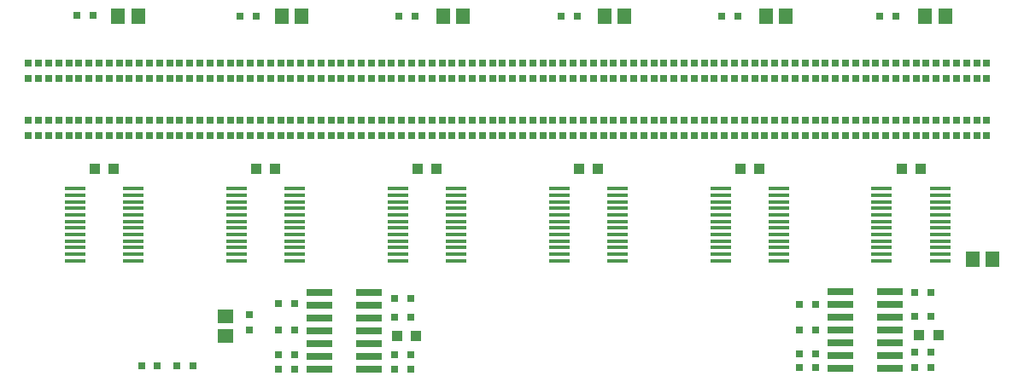
<source format=gtp>
%FSLAX43Y43*%
%MOMM*%
G71*
G01*
G75*
G04 Layer_Color=8421504*
%ADD10R,0.800X0.800*%
%ADD11R,0.800X0.800*%
%ADD12R,1.500X1.400*%
%ADD13R,2.500X0.700*%
%ADD14R,1.100X1.100*%
%ADD15R,1.400X1.500*%
%ADD16R,2.000X0.350*%
%ADD17C,0.400*%
%ADD18C,0.200*%
%ADD19C,1.500*%
%ADD20R,1.500X1.500*%
%ADD21C,1.600*%
%ADD22R,1.600X1.600*%
%ADD23C,3.200*%
%ADD24C,0.800*%
%ADD25C,0.250*%
%ADD26C,0.600*%
%ADD27C,0.100*%
D10*
X126100Y76200D02*
D03*
Y74600D02*
D03*
X137100Y76200D02*
D03*
Y74600D02*
D03*
X138100Y76200D02*
D03*
Y74600D02*
D03*
X150100Y76200D02*
D03*
Y74600D02*
D03*
X139100Y76200D02*
D03*
Y74600D02*
D03*
X151100Y76200D02*
D03*
Y74600D02*
D03*
X140100Y76200D02*
D03*
Y74600D02*
D03*
X152100Y76200D02*
D03*
Y74600D02*
D03*
X141100Y76200D02*
D03*
Y74600D02*
D03*
X149100Y76200D02*
D03*
Y74600D02*
D03*
X153100Y76200D02*
D03*
Y74600D02*
D03*
X142100Y76200D02*
D03*
Y74600D02*
D03*
X143100Y76200D02*
D03*
Y74600D02*
D03*
X67100Y74600D02*
D03*
Y76200D02*
D03*
X59100Y74600D02*
D03*
Y76200D02*
D03*
X70100Y74600D02*
D03*
Y76200D02*
D03*
X66100Y74600D02*
D03*
Y76200D02*
D03*
X58100D02*
D03*
Y74600D02*
D03*
X63100D02*
D03*
Y76200D02*
D03*
X71100D02*
D03*
Y74600D02*
D03*
X60100Y76200D02*
D03*
Y74600D02*
D03*
X68100Y76200D02*
D03*
Y74600D02*
D03*
X72100Y76200D02*
D03*
Y74600D02*
D03*
X61100Y76200D02*
D03*
Y74600D02*
D03*
X69100Y76200D02*
D03*
Y74600D02*
D03*
X73100Y76200D02*
D03*
Y74600D02*
D03*
X62100Y76200D02*
D03*
Y74600D02*
D03*
X64100Y76200D02*
D03*
Y74600D02*
D03*
X65100Y76200D02*
D03*
Y74600D02*
D03*
X74100Y76200D02*
D03*
Y74600D02*
D03*
X82100Y76200D02*
D03*
Y74600D02*
D03*
X86100Y76200D02*
D03*
Y74600D02*
D03*
X75100Y76200D02*
D03*
Y74600D02*
D03*
X83100Y76200D02*
D03*
Y74600D02*
D03*
X87100Y76200D02*
D03*
Y74600D02*
D03*
X76100Y76200D02*
D03*
Y74600D02*
D03*
X84100Y76200D02*
D03*
Y74600D02*
D03*
X88100Y76200D02*
D03*
Y74600D02*
D03*
X77100Y76200D02*
D03*
Y74600D02*
D03*
X85100Y76200D02*
D03*
Y74600D02*
D03*
X89100Y76200D02*
D03*
Y74600D02*
D03*
X78100Y76200D02*
D03*
Y74600D02*
D03*
X79100Y76200D02*
D03*
Y74600D02*
D03*
X80100Y76200D02*
D03*
Y74600D02*
D03*
X90100Y76200D02*
D03*
Y74600D02*
D03*
X98100Y76200D02*
D03*
Y74600D02*
D03*
X102100Y76200D02*
D03*
Y74600D02*
D03*
X91100Y76200D02*
D03*
Y74600D02*
D03*
X99100Y76200D02*
D03*
Y74600D02*
D03*
X103100Y76200D02*
D03*
Y74600D02*
D03*
X92100Y76200D02*
D03*
Y74600D02*
D03*
X100100Y76200D02*
D03*
Y74600D02*
D03*
X104100Y76200D02*
D03*
Y74600D02*
D03*
X93100Y76200D02*
D03*
Y74600D02*
D03*
X101100Y76200D02*
D03*
Y74600D02*
D03*
X105100Y76200D02*
D03*
Y74600D02*
D03*
X94100Y76200D02*
D03*
Y74600D02*
D03*
X95100Y76200D02*
D03*
Y74600D02*
D03*
X96100Y76200D02*
D03*
Y74600D02*
D03*
X97100Y76200D02*
D03*
Y74600D02*
D03*
X106100Y76200D02*
D03*
Y74600D02*
D03*
X114100Y76200D02*
D03*
Y74600D02*
D03*
X118100Y76200D02*
D03*
Y74600D02*
D03*
X107100Y76200D02*
D03*
Y74600D02*
D03*
X115100Y76200D02*
D03*
Y74600D02*
D03*
X119100Y76200D02*
D03*
Y74600D02*
D03*
X108100Y76200D02*
D03*
Y74600D02*
D03*
X116100Y76200D02*
D03*
Y74600D02*
D03*
X120100Y76200D02*
D03*
Y74600D02*
D03*
X109100Y76200D02*
D03*
Y74600D02*
D03*
X117100Y76200D02*
D03*
Y74600D02*
D03*
X121100Y76200D02*
D03*
Y74600D02*
D03*
X110100Y76200D02*
D03*
Y74600D02*
D03*
X111100Y76200D02*
D03*
Y74600D02*
D03*
X112100Y76200D02*
D03*
Y74600D02*
D03*
X113100Y76200D02*
D03*
Y74600D02*
D03*
X122100Y76200D02*
D03*
Y74600D02*
D03*
X130100Y76200D02*
D03*
Y74600D02*
D03*
X134100Y76200D02*
D03*
Y74600D02*
D03*
X123100Y76200D02*
D03*
Y74600D02*
D03*
X131100Y76200D02*
D03*
Y74600D02*
D03*
X135100Y76200D02*
D03*
Y74600D02*
D03*
X124100Y76200D02*
D03*
Y74600D02*
D03*
X132100Y76200D02*
D03*
Y74600D02*
D03*
X136100Y76200D02*
D03*
Y74600D02*
D03*
X133100Y76200D02*
D03*
Y74600D02*
D03*
X153100Y80350D02*
D03*
Y81850D02*
D03*
X152100Y80350D02*
D03*
Y81850D02*
D03*
X151100Y80350D02*
D03*
Y81850D02*
D03*
X150100Y80350D02*
D03*
Y81850D02*
D03*
X149100Y80350D02*
D03*
Y81850D02*
D03*
X148100Y80350D02*
D03*
Y81850D02*
D03*
X147100Y80350D02*
D03*
Y81850D02*
D03*
X146100Y80350D02*
D03*
Y81850D02*
D03*
X145100Y80350D02*
D03*
Y81850D02*
D03*
X144100Y80350D02*
D03*
Y81850D02*
D03*
X143100Y80350D02*
D03*
Y81850D02*
D03*
X142100Y80350D02*
D03*
Y81850D02*
D03*
X141100Y80350D02*
D03*
Y81850D02*
D03*
X140100Y80350D02*
D03*
Y81850D02*
D03*
X139100Y80350D02*
D03*
Y81850D02*
D03*
X138100Y80350D02*
D03*
Y81850D02*
D03*
X137100Y80350D02*
D03*
Y81850D02*
D03*
X136100Y80350D02*
D03*
Y81850D02*
D03*
X135100Y80350D02*
D03*
Y81850D02*
D03*
X134100Y80350D02*
D03*
Y81850D02*
D03*
X133100Y80350D02*
D03*
Y81850D02*
D03*
X132100Y80350D02*
D03*
Y81850D02*
D03*
X131100Y80350D02*
D03*
Y81850D02*
D03*
X130100Y80350D02*
D03*
Y81850D02*
D03*
X129100Y80350D02*
D03*
Y81850D02*
D03*
X128100Y80350D02*
D03*
Y81850D02*
D03*
X127100Y80350D02*
D03*
Y81850D02*
D03*
X126100Y80350D02*
D03*
Y81850D02*
D03*
X125100Y80350D02*
D03*
Y81850D02*
D03*
X124100Y80350D02*
D03*
Y81850D02*
D03*
X123100Y80350D02*
D03*
Y81850D02*
D03*
X122100Y80350D02*
D03*
Y81850D02*
D03*
X121100Y80350D02*
D03*
Y81850D02*
D03*
X120100Y80350D02*
D03*
Y81850D02*
D03*
X119100Y80350D02*
D03*
Y81850D02*
D03*
X118100Y80350D02*
D03*
Y81850D02*
D03*
X117100Y80350D02*
D03*
Y81850D02*
D03*
X116100Y80350D02*
D03*
Y81850D02*
D03*
X115100Y80350D02*
D03*
Y81850D02*
D03*
X114100Y80350D02*
D03*
Y81850D02*
D03*
X113100Y80350D02*
D03*
Y81850D02*
D03*
X112100Y80350D02*
D03*
Y81850D02*
D03*
X111100Y80350D02*
D03*
Y81850D02*
D03*
X110100Y80350D02*
D03*
Y81850D02*
D03*
X109100Y80350D02*
D03*
Y81850D02*
D03*
X108100Y80350D02*
D03*
Y81850D02*
D03*
X107100Y80350D02*
D03*
Y81850D02*
D03*
X106100Y80350D02*
D03*
Y81850D02*
D03*
X105100Y80350D02*
D03*
Y81850D02*
D03*
X104100Y80350D02*
D03*
Y81850D02*
D03*
X103100Y80350D02*
D03*
Y81850D02*
D03*
X102100Y80350D02*
D03*
Y81850D02*
D03*
X101100Y80350D02*
D03*
Y81850D02*
D03*
X100100Y80350D02*
D03*
Y81850D02*
D03*
X99100Y80350D02*
D03*
Y81850D02*
D03*
X98100Y80350D02*
D03*
Y81850D02*
D03*
X97100Y80350D02*
D03*
Y81850D02*
D03*
X96100Y80350D02*
D03*
Y81850D02*
D03*
X95100Y80350D02*
D03*
Y81850D02*
D03*
X94100Y80350D02*
D03*
Y81850D02*
D03*
X93100Y80350D02*
D03*
Y81850D02*
D03*
X92100Y80350D02*
D03*
Y81850D02*
D03*
X91100Y80350D02*
D03*
Y81850D02*
D03*
X90100Y80350D02*
D03*
Y81850D02*
D03*
X89100Y80350D02*
D03*
Y81850D02*
D03*
X88100Y80350D02*
D03*
Y81850D02*
D03*
X87100Y80350D02*
D03*
Y81850D02*
D03*
X86100Y80350D02*
D03*
Y81850D02*
D03*
X85100Y80350D02*
D03*
Y81850D02*
D03*
X84100Y80350D02*
D03*
Y81850D02*
D03*
X83100Y80350D02*
D03*
Y81850D02*
D03*
X82100Y80350D02*
D03*
Y81850D02*
D03*
X81100Y80350D02*
D03*
Y81850D02*
D03*
X80100Y80350D02*
D03*
Y81850D02*
D03*
X79100Y80350D02*
D03*
Y81850D02*
D03*
X78100Y80350D02*
D03*
Y81850D02*
D03*
X77100Y80350D02*
D03*
Y81850D02*
D03*
X76100Y80350D02*
D03*
Y81850D02*
D03*
X75100Y80350D02*
D03*
Y81850D02*
D03*
X74100Y80350D02*
D03*
Y81850D02*
D03*
X73100Y80350D02*
D03*
Y81850D02*
D03*
X72100Y80350D02*
D03*
Y81850D02*
D03*
X71100Y80350D02*
D03*
Y81850D02*
D03*
X70100Y80350D02*
D03*
Y81850D02*
D03*
X69100Y80350D02*
D03*
Y81850D02*
D03*
X68100Y80350D02*
D03*
Y81850D02*
D03*
X67100Y80350D02*
D03*
Y81850D02*
D03*
X66100Y80350D02*
D03*
Y81850D02*
D03*
X65100Y80350D02*
D03*
Y81850D02*
D03*
X64100Y80350D02*
D03*
Y81850D02*
D03*
X63100Y80350D02*
D03*
Y81850D02*
D03*
X62100Y80350D02*
D03*
Y81850D02*
D03*
X61100Y80350D02*
D03*
Y81850D02*
D03*
X60100Y80350D02*
D03*
Y81850D02*
D03*
X59100Y80350D02*
D03*
Y81850D02*
D03*
X58100Y80350D02*
D03*
Y81850D02*
D03*
X80000Y55300D02*
D03*
Y56900D02*
D03*
X148100Y76200D02*
D03*
Y74600D02*
D03*
X147100Y76200D02*
D03*
Y74600D02*
D03*
X146100Y76200D02*
D03*
Y74600D02*
D03*
X145100Y76200D02*
D03*
Y74600D02*
D03*
X144100Y76200D02*
D03*
Y74600D02*
D03*
X129100Y76200D02*
D03*
Y74600D02*
D03*
X128100Y76200D02*
D03*
Y74600D02*
D03*
X127100Y76200D02*
D03*
Y74600D02*
D03*
X125100Y76200D02*
D03*
Y74600D02*
D03*
X81100Y76200D02*
D03*
Y74600D02*
D03*
D11*
X69300Y51800D02*
D03*
X70900D02*
D03*
X72800D02*
D03*
X74400D02*
D03*
X84500Y58000D02*
D03*
X82900D02*
D03*
X84500Y55300D02*
D03*
X82900D02*
D03*
Y52900D02*
D03*
X84500D02*
D03*
X82900Y51475D02*
D03*
X84500D02*
D03*
X94400Y58500D02*
D03*
X96000D02*
D03*
X94400Y56600D02*
D03*
X96000D02*
D03*
Y52900D02*
D03*
X94400D02*
D03*
X96000Y51475D02*
D03*
X94400D02*
D03*
X136100Y53000D02*
D03*
X134500D02*
D03*
Y51600D02*
D03*
X136100D02*
D03*
Y57900D02*
D03*
X134500D02*
D03*
X136100Y55300D02*
D03*
X134500D02*
D03*
X146000Y59100D02*
D03*
X147600D02*
D03*
X146000Y56700D02*
D03*
X147600D02*
D03*
Y51600D02*
D03*
X146000D02*
D03*
X147600Y53100D02*
D03*
X146000D02*
D03*
X79100Y86500D02*
D03*
X80700D02*
D03*
X94800D02*
D03*
X96400D02*
D03*
X110900D02*
D03*
X112500D02*
D03*
X142500D02*
D03*
X144100D02*
D03*
X126800D02*
D03*
X128400D02*
D03*
X62900Y86600D02*
D03*
X64500D02*
D03*
D12*
X77600Y56700D02*
D03*
Y54700D02*
D03*
D13*
X91875Y51465D02*
D03*
Y52735D02*
D03*
Y54005D02*
D03*
Y55275D02*
D03*
Y56545D02*
D03*
Y57815D02*
D03*
Y59085D02*
D03*
X86975Y51465D02*
D03*
Y52735D02*
D03*
Y54005D02*
D03*
Y55275D02*
D03*
Y56545D02*
D03*
Y57815D02*
D03*
Y59085D02*
D03*
X143500Y51540D02*
D03*
Y52810D02*
D03*
Y54080D02*
D03*
Y55350D02*
D03*
Y56620D02*
D03*
Y57890D02*
D03*
Y59160D02*
D03*
X138600Y51540D02*
D03*
Y52810D02*
D03*
Y54080D02*
D03*
Y55350D02*
D03*
Y56620D02*
D03*
Y57890D02*
D03*
Y59160D02*
D03*
D14*
X94650Y54700D02*
D03*
X96550D02*
D03*
X146400Y54850D02*
D03*
X148300D02*
D03*
X146550Y71300D02*
D03*
X144650D02*
D03*
X130550D02*
D03*
X128650D02*
D03*
X114550D02*
D03*
X112650D02*
D03*
X64650D02*
D03*
X66550D02*
D03*
X82550D02*
D03*
X80650D02*
D03*
X98550D02*
D03*
X96650D02*
D03*
D15*
X151700Y62400D02*
D03*
X153700D02*
D03*
X67000Y86500D02*
D03*
X69000D02*
D03*
X83200D02*
D03*
X85200D02*
D03*
X99200D02*
D03*
X101200D02*
D03*
X115200D02*
D03*
X117200D02*
D03*
X131200D02*
D03*
X133200D02*
D03*
X147000D02*
D03*
X149000D02*
D03*
D16*
X142700Y69375D02*
D03*
Y68725D02*
D03*
Y68075D02*
D03*
Y67425D02*
D03*
Y66775D02*
D03*
Y66125D02*
D03*
Y65475D02*
D03*
Y64825D02*
D03*
Y64175D02*
D03*
Y63525D02*
D03*
Y62875D02*
D03*
Y62225D02*
D03*
X148500Y69375D02*
D03*
Y68725D02*
D03*
Y68075D02*
D03*
Y67425D02*
D03*
Y66775D02*
D03*
Y66125D02*
D03*
Y65475D02*
D03*
Y64825D02*
D03*
Y64175D02*
D03*
Y63525D02*
D03*
Y62875D02*
D03*
Y62225D02*
D03*
X126700Y69375D02*
D03*
Y68725D02*
D03*
Y68075D02*
D03*
Y67425D02*
D03*
Y66775D02*
D03*
Y66125D02*
D03*
Y65475D02*
D03*
Y64825D02*
D03*
Y64175D02*
D03*
Y63525D02*
D03*
Y62875D02*
D03*
Y62225D02*
D03*
X132500Y69375D02*
D03*
Y68725D02*
D03*
Y68075D02*
D03*
Y67425D02*
D03*
Y66775D02*
D03*
Y66125D02*
D03*
Y65475D02*
D03*
Y64825D02*
D03*
Y64175D02*
D03*
Y63525D02*
D03*
Y62875D02*
D03*
Y62225D02*
D03*
X110700Y69375D02*
D03*
Y68725D02*
D03*
Y68075D02*
D03*
Y67425D02*
D03*
Y66775D02*
D03*
Y66125D02*
D03*
Y65475D02*
D03*
Y64825D02*
D03*
Y64175D02*
D03*
Y63525D02*
D03*
Y62875D02*
D03*
Y62225D02*
D03*
X116500Y69375D02*
D03*
Y68725D02*
D03*
Y68075D02*
D03*
Y67425D02*
D03*
Y66775D02*
D03*
Y66125D02*
D03*
Y65475D02*
D03*
Y64825D02*
D03*
Y64175D02*
D03*
Y63525D02*
D03*
Y62875D02*
D03*
Y62225D02*
D03*
X62700Y69375D02*
D03*
Y68725D02*
D03*
Y68075D02*
D03*
Y67425D02*
D03*
Y66775D02*
D03*
Y66125D02*
D03*
Y65475D02*
D03*
Y64825D02*
D03*
Y64175D02*
D03*
Y63525D02*
D03*
Y62875D02*
D03*
Y62225D02*
D03*
X68500Y69375D02*
D03*
Y68725D02*
D03*
Y68075D02*
D03*
Y67425D02*
D03*
Y66775D02*
D03*
Y66125D02*
D03*
Y65475D02*
D03*
Y64825D02*
D03*
Y64175D02*
D03*
Y63525D02*
D03*
Y62875D02*
D03*
Y62225D02*
D03*
X78700Y69375D02*
D03*
Y68725D02*
D03*
Y68075D02*
D03*
Y67425D02*
D03*
Y66775D02*
D03*
Y66125D02*
D03*
Y65475D02*
D03*
Y64825D02*
D03*
Y64175D02*
D03*
Y63525D02*
D03*
Y62875D02*
D03*
Y62225D02*
D03*
X84500Y69375D02*
D03*
Y68725D02*
D03*
Y68075D02*
D03*
Y67425D02*
D03*
Y66775D02*
D03*
Y66125D02*
D03*
Y65475D02*
D03*
Y64825D02*
D03*
Y64175D02*
D03*
Y63525D02*
D03*
Y62875D02*
D03*
Y62225D02*
D03*
X94700Y69375D02*
D03*
Y68725D02*
D03*
Y68075D02*
D03*
Y67425D02*
D03*
Y66775D02*
D03*
Y66125D02*
D03*
Y65475D02*
D03*
Y64825D02*
D03*
Y64175D02*
D03*
Y63525D02*
D03*
Y62875D02*
D03*
Y62225D02*
D03*
X100500Y69375D02*
D03*
Y68725D02*
D03*
Y68075D02*
D03*
Y67425D02*
D03*
Y66775D02*
D03*
Y66125D02*
D03*
Y65475D02*
D03*
Y64825D02*
D03*
Y64175D02*
D03*
Y63525D02*
D03*
Y62875D02*
D03*
Y62225D02*
D03*
M02*

</source>
